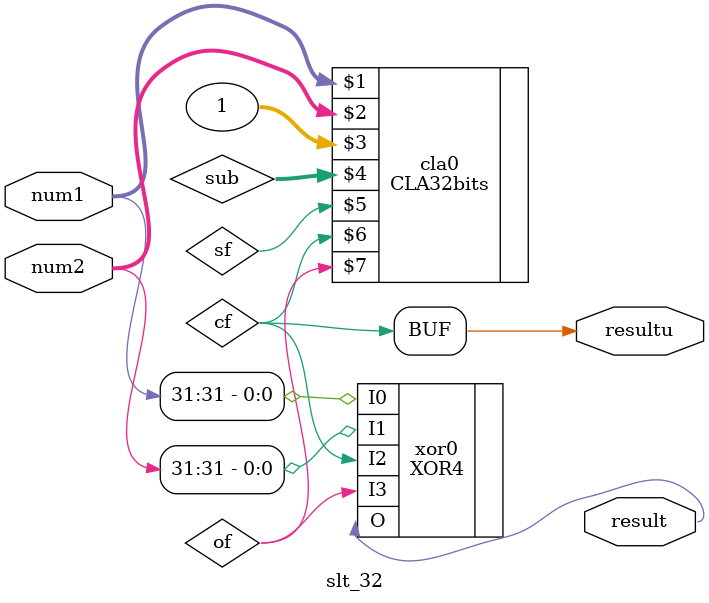
<source format=v>
`timescale 1ns / 1ps
module slt_32(num1,num2,result,resultu);
input [31:0]num1,num2;
output wire result,resultu;

wire [31:0] sub;
wire sf,cf,of;

CLA32bits cla0(num1,num2,1,sub,sf,cf,of);

assign resultu = cf;
XOR4 xor0(.I0(num1[31]),.I1(num2[31]),.I2(cf),.I3(of),.O(result));

endmodule

</source>
